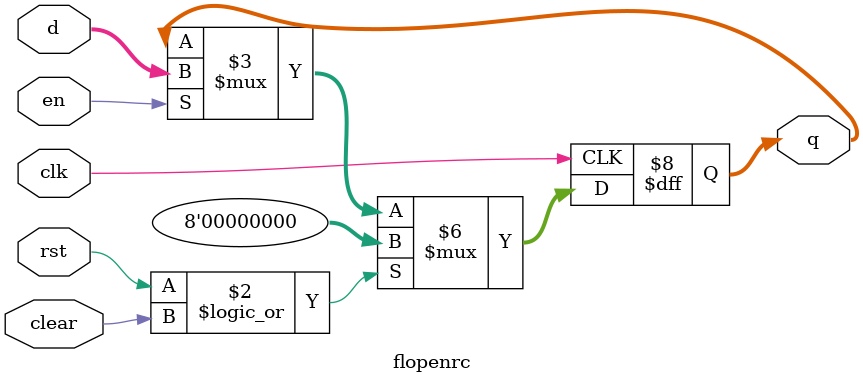
<source format=v>
module flopenrc #(parameter WIDTH = 8)(
                  input wire clk, rst, en, clear,
                  input wire [WIDTH -1:0] d,
                  output reg [WIDTH -1:0] q);
    
    always @(posedge clk) begin
        if (rst || clear) begin
            q <= 0;
        end 
        else if (en) begin
            q <= d;
        end
    end

endmodule

</source>
